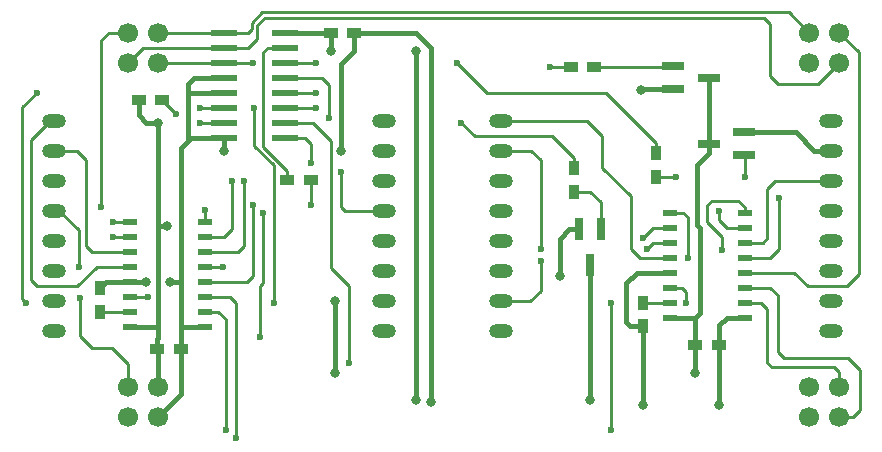
<source format=gbr>
G04 #@! TF.FileFunction,Copper,L1,Top,Signal*
%FSLAX46Y46*%
G04 Gerber Fmt 4.6, Leading zero omitted, Abs format (unit mm)*
G04 Created by KiCad (PCBNEW 4.0.6) date 09/03/17 13:59:48*
%MOMM*%
%LPD*%
G01*
G04 APERTURE LIST*
%ADD10C,0.100000*%
%ADD11R,1.200000X0.900000*%
%ADD12R,1.900000X0.800000*%
%ADD13R,0.800000X1.900000*%
%ADD14R,0.900000X1.200000*%
%ADD15O,2.000000X1.200000*%
%ADD16R,1.143000X0.508000*%
%ADD17R,2.200000X0.600000*%
%ADD18C,1.700000*%
%ADD19C,0.800000*%
%ADD20C,0.600000*%
%ADD21C,0.400000*%
%ADD22C,0.250000*%
G04 APERTURE END LIST*
D10*
D11*
X52054000Y-40386000D03*
X50054000Y-40386000D03*
D12*
X88725000Y-38288000D03*
X88725000Y-36388000D03*
X85725000Y-37338000D03*
D13*
X76642000Y-44601000D03*
X74742000Y-44601000D03*
X75692000Y-47601000D03*
D12*
X82725000Y-30800000D03*
X82725000Y-32700000D03*
X85725000Y-31750000D03*
D14*
X80137000Y-52800000D03*
X80137000Y-50800000D03*
X34163000Y-49546000D03*
X34163000Y-51546000D03*
X81280000Y-40132000D03*
X81280000Y-38132000D03*
X74295000Y-41386000D03*
X74295000Y-39386000D03*
D11*
X76057000Y-30861000D03*
X74057000Y-30861000D03*
D15*
X68130000Y-35410000D03*
X96070000Y-35410000D03*
X68130000Y-37950000D03*
X96070000Y-37950000D03*
X68130000Y-40490000D03*
X96070000Y-40490000D03*
X68130000Y-43030000D03*
X96070000Y-43030000D03*
X68130000Y-45570000D03*
X96070000Y-45570000D03*
X68130000Y-48110000D03*
X96070000Y-48110000D03*
X68130000Y-50650000D03*
X96070000Y-50650000D03*
X68130000Y-53190000D03*
X96070000Y-53190000D03*
D16*
X82423000Y-52070000D03*
X82423000Y-49530000D03*
X82423000Y-48260000D03*
X82423000Y-46990000D03*
X82423000Y-45720000D03*
X82423000Y-44450000D03*
X82423000Y-43180000D03*
X88773000Y-43180000D03*
X88773000Y-44450000D03*
X88773000Y-45720000D03*
X88773000Y-46990000D03*
X88773000Y-48260000D03*
X88773000Y-49530000D03*
X88773000Y-50800000D03*
X88773000Y-52070000D03*
X82423000Y-50800000D03*
D15*
X30330000Y-35410000D03*
X58270000Y-35410000D03*
X30330000Y-37950000D03*
X58270000Y-37950000D03*
X30330000Y-40490000D03*
X58270000Y-40490000D03*
X30330000Y-43030000D03*
X58270000Y-43030000D03*
X30330000Y-45570000D03*
X58270000Y-45570000D03*
X30330000Y-48110000D03*
X58270000Y-48110000D03*
X30330000Y-50650000D03*
X58270000Y-50650000D03*
X30330000Y-53190000D03*
X58270000Y-53190000D03*
D16*
X36703000Y-52832000D03*
X36703000Y-50292000D03*
X36703000Y-49022000D03*
X36703000Y-47752000D03*
X36703000Y-46482000D03*
X36703000Y-45212000D03*
X36703000Y-43942000D03*
X43053000Y-43942000D03*
X43053000Y-45212000D03*
X43053000Y-46482000D03*
X43053000Y-47752000D03*
X43053000Y-49022000D03*
X43053000Y-50292000D03*
X43053000Y-51562000D03*
X43053000Y-52832000D03*
X36703000Y-51562000D03*
D17*
X49904000Y-27940000D03*
X44704000Y-27940000D03*
X49904000Y-29210000D03*
X44704000Y-29210000D03*
X49904000Y-30480000D03*
X44704000Y-30480000D03*
X49904000Y-31750000D03*
X44704000Y-31750000D03*
X49904000Y-33020000D03*
X44704000Y-33020000D03*
X49904000Y-34290000D03*
X44704000Y-34290000D03*
X49904000Y-35560000D03*
X44704000Y-35560000D03*
X49904000Y-36830000D03*
X44704000Y-36830000D03*
D18*
X39116000Y-27940000D03*
X39116000Y-30480000D03*
X36576000Y-27940000D03*
X36576000Y-30480000D03*
X39116000Y-57912000D03*
X39116000Y-60452000D03*
X36576000Y-57912000D03*
X36576000Y-60452000D03*
X96774000Y-57912000D03*
X96774000Y-60452000D03*
X94234000Y-57912000D03*
X94234000Y-60452000D03*
X96774000Y-27940000D03*
X96774000Y-30480000D03*
X94234000Y-27940000D03*
X94234000Y-30480000D03*
D11*
X39481000Y-33655000D03*
X37481000Y-33655000D03*
X84598000Y-54356000D03*
X86598000Y-54356000D03*
X39021000Y-54737000D03*
X41021000Y-54737000D03*
X55721000Y-27940000D03*
X53721000Y-27940000D03*
D19*
X60960000Y-59055000D03*
X75692000Y-59055000D03*
X84582000Y-56769000D03*
X60960000Y-29464000D03*
X53721000Y-29464000D03*
X54102000Y-56769000D03*
X54102000Y-50673000D03*
X39878000Y-44323000D03*
X39116000Y-35560000D03*
X62230000Y-59182000D03*
X80137000Y-59436000D03*
X86614000Y-59436000D03*
X54610000Y-37973000D03*
X44704000Y-37973000D03*
X38100000Y-49022000D03*
X40132000Y-49022000D03*
D20*
X47117000Y-30480000D03*
X45720000Y-62230000D03*
X47117000Y-42545000D03*
X34290000Y-42672000D03*
X38227000Y-50292000D03*
X32512000Y-50419000D03*
X52070000Y-42545000D03*
X88773000Y-40132000D03*
X82931000Y-40132000D03*
D19*
X73152000Y-48514000D03*
X80010000Y-32766000D03*
D20*
X52451000Y-30480000D03*
X64389000Y-30480000D03*
X53594000Y-35179000D03*
X64770000Y-35560000D03*
X52451000Y-33020000D03*
X72263000Y-30861000D03*
X48895000Y-50800000D03*
X52451000Y-34290000D03*
X47244000Y-34290000D03*
X55245000Y-55880000D03*
X52070000Y-38989000D03*
X42672000Y-35560000D03*
X28829000Y-33020000D03*
X27940000Y-50800000D03*
X71501000Y-46228000D03*
X80518000Y-46228000D03*
X91694000Y-41910000D03*
X86614000Y-43053000D03*
X80137000Y-45339000D03*
X83947000Y-46990000D03*
X86868000Y-46355000D03*
X71501000Y-47244000D03*
X77470000Y-61595000D03*
X77470000Y-50800000D03*
X83820000Y-50800000D03*
X44831000Y-61595000D03*
X46355000Y-40513000D03*
X44577000Y-47752000D03*
X32385000Y-47752000D03*
X54610000Y-39751000D03*
X45339000Y-40513000D03*
X35306000Y-45212000D03*
X48006000Y-43180000D03*
X47752000Y-53721000D03*
X35306000Y-43942000D03*
X43053000Y-42926000D03*
X40640000Y-34798000D03*
X42672000Y-34290000D03*
D21*
X84598000Y-52070000D02*
X84963000Y-51705000D01*
X84963000Y-51705000D02*
X84963000Y-44450000D01*
X84963000Y-44450000D02*
X84709000Y-44196000D01*
X84709000Y-44196000D02*
X84709000Y-39154000D01*
X84709000Y-39154000D02*
X85725000Y-38138000D01*
X85725000Y-38138000D02*
X85725000Y-37338000D01*
X85725000Y-31750000D02*
X85725000Y-37338000D01*
X84598000Y-54356000D02*
X84598000Y-52070000D01*
X82423000Y-52070000D02*
X84598000Y-52070000D01*
X75692000Y-47601000D02*
X75692000Y-59055000D01*
X84598000Y-54356000D02*
X84598000Y-56753000D01*
X84598000Y-56753000D02*
X84582000Y-56769000D01*
X60960000Y-31496000D02*
X60960000Y-29464000D01*
X60960000Y-31496000D02*
X60960000Y-59055000D01*
X53721000Y-27940000D02*
X53721000Y-29464000D01*
X49904000Y-27940000D02*
X53721000Y-27940000D01*
X39021000Y-54737000D02*
X39021000Y-53887000D01*
X39021000Y-53887000D02*
X39116000Y-53792000D01*
X39116000Y-53792000D02*
X39116000Y-52832000D01*
X39116000Y-57912000D02*
X39116000Y-54832000D01*
X39116000Y-54832000D02*
X39021000Y-54737000D01*
X39116000Y-54959000D02*
X38894000Y-54737000D01*
X37481000Y-34941000D02*
X38100000Y-35560000D01*
X38100000Y-35560000D02*
X39116000Y-35560000D01*
X37481000Y-33655000D02*
X37481000Y-34941000D01*
X54102000Y-50673000D02*
X54102000Y-56769000D01*
X39116000Y-52832000D02*
X39116000Y-44323000D01*
X39116000Y-44323000D02*
X39116000Y-35560000D01*
X39878000Y-44323000D02*
X39116000Y-44323000D01*
X36703000Y-52832000D02*
X39116000Y-52832000D01*
X86598000Y-52721000D02*
X87249000Y-52070000D01*
X87249000Y-52070000D02*
X88773000Y-52070000D01*
X86598000Y-54356000D02*
X86598000Y-52721000D01*
X82423000Y-48260000D02*
X79629000Y-48260000D01*
X79629000Y-48260000D02*
X78740000Y-49149000D01*
X78740000Y-52451000D02*
X79089000Y-52800000D01*
X78740000Y-49149000D02*
X78740000Y-52451000D01*
X79089000Y-52800000D02*
X80137000Y-52800000D01*
X41656000Y-37084000D02*
X41656000Y-33020000D01*
X41656000Y-33020000D02*
X41656000Y-32258000D01*
X44704000Y-33020000D02*
X41656000Y-33020000D01*
X41656000Y-32258000D02*
X42164000Y-31750000D01*
X42164000Y-31750000D02*
X44704000Y-31750000D01*
X41656000Y-37084000D02*
X41910000Y-36830000D01*
X41021000Y-37719000D02*
X41656000Y-37084000D01*
X80137000Y-52800000D02*
X80137000Y-59436000D01*
X86598000Y-54356000D02*
X86598000Y-59420000D01*
X86598000Y-59420000D02*
X86614000Y-59436000D01*
X54610000Y-37973000D02*
X54610000Y-30565998D01*
X55721000Y-29454998D02*
X55721000Y-27940000D01*
X54610000Y-30565998D02*
X55721000Y-29454998D01*
X44704000Y-36830000D02*
X44704000Y-37973000D01*
X62230000Y-29210000D02*
X60960000Y-27940000D01*
X60960000Y-27940000D02*
X55721000Y-27940000D01*
X62230000Y-59182000D02*
X62230000Y-29210000D01*
X41021000Y-54737000D02*
X41021000Y-58547000D01*
X41021000Y-58547000D02*
X39116000Y-60452000D01*
X41021000Y-54737000D02*
X41021000Y-52832000D01*
X38100000Y-49022000D02*
X36703000Y-49022000D01*
X34163000Y-49546000D02*
X34687000Y-49022000D01*
X34687000Y-49022000D02*
X36703000Y-49022000D01*
X41021000Y-52832000D02*
X41021000Y-49022000D01*
X41021000Y-49022000D02*
X41021000Y-37719000D01*
X40132000Y-49022000D02*
X41021000Y-49022000D01*
X43053000Y-52832000D02*
X41021000Y-52832000D01*
X44704000Y-36830000D02*
X41910000Y-36830000D01*
D22*
X44704000Y-27940000D02*
X46736000Y-27940000D01*
X46736000Y-27940000D02*
X47047990Y-27628010D01*
X47047991Y-27118599D02*
X47946600Y-26219990D01*
X47047990Y-27628010D02*
X47047991Y-27118599D01*
X47946600Y-26219990D02*
X92513990Y-26219990D01*
X92513990Y-26219990D02*
X94234000Y-27940000D01*
X39116000Y-27940000D02*
X44704000Y-27940000D01*
X44704000Y-29210000D02*
X46736000Y-29210000D01*
X90424000Y-26670000D02*
X90932000Y-27178000D01*
X46736000Y-29210000D02*
X47498000Y-28448000D01*
X47498000Y-28448000D02*
X47498000Y-27305000D01*
X91567000Y-32258000D02*
X94996000Y-32258000D01*
X47498000Y-27305000D02*
X48133000Y-26670000D01*
X48133000Y-26670000D02*
X90424000Y-26670000D01*
X90932000Y-27178000D02*
X90932000Y-31623000D01*
X90932000Y-31623000D02*
X91567000Y-32258000D01*
X94996000Y-32258000D02*
X96774000Y-30480000D01*
X37846000Y-29210000D02*
X44704000Y-29210000D01*
X36576000Y-30480000D02*
X37846000Y-29210000D01*
X44704000Y-30480000D02*
X47117000Y-30480000D01*
X39116000Y-30480000D02*
X44704000Y-30480000D01*
X88773000Y-50800000D02*
X90170000Y-50800000D01*
X96325081Y-56261000D02*
X96774000Y-56709919D01*
X90170000Y-50800000D02*
X90678000Y-51308000D01*
X91059000Y-56261000D02*
X96325081Y-56261000D01*
X90678000Y-51308000D02*
X90678000Y-55880000D01*
X90678000Y-55880000D02*
X91059000Y-56261000D01*
X96774000Y-56709919D02*
X96774000Y-57912000D01*
X91567000Y-50165000D02*
X90932000Y-49530000D01*
X90932000Y-49530000D02*
X88773000Y-49530000D01*
X91567000Y-54991000D02*
X91567000Y-50165000D01*
X92075000Y-55499000D02*
X91567000Y-54991000D01*
X97536000Y-55499000D02*
X92075000Y-55499000D01*
X98552000Y-56515000D02*
X97536000Y-55499000D01*
X98552000Y-59876081D02*
X98552000Y-56515000D01*
X96774000Y-60452000D02*
X97976081Y-60452000D01*
X97976081Y-60452000D02*
X98552000Y-59876081D01*
X43053000Y-50292000D02*
X45212000Y-50292000D01*
X45212000Y-50292000D02*
X45720000Y-50800000D01*
X45720000Y-50800000D02*
X45720000Y-62230000D01*
X43053000Y-50292000D02*
X43370500Y-50292000D01*
X98425000Y-48387000D02*
X98425000Y-29591000D01*
X98425000Y-29591000D02*
X96774000Y-27940000D01*
X97409000Y-49403000D02*
X98425000Y-48387000D01*
X94107000Y-49403000D02*
X97409000Y-49403000D01*
X92964000Y-48260000D02*
X94107000Y-49403000D01*
X88773000Y-48260000D02*
X92964000Y-48260000D01*
X46609000Y-49022000D02*
X47117000Y-48514000D01*
X47117000Y-48514000D02*
X47117000Y-42545000D01*
X43053000Y-49022000D02*
X46609000Y-49022000D01*
X34290000Y-42672000D02*
X34290000Y-28575000D01*
X34925000Y-27940000D02*
X36576000Y-27940000D01*
X34290000Y-28575000D02*
X34925000Y-27940000D01*
X38227000Y-50292000D02*
X36703000Y-50292000D01*
X33528000Y-54610000D02*
X32512000Y-53594000D01*
X32512000Y-53594000D02*
X32512000Y-50419000D01*
X35179000Y-54610000D02*
X33528000Y-54610000D01*
X36576000Y-56007000D02*
X35179000Y-54610000D01*
X36576000Y-57912000D02*
X36576000Y-56007000D01*
X52054000Y-40386000D02*
X52054000Y-42529000D01*
X52054000Y-42529000D02*
X52070000Y-42545000D01*
X88773000Y-40132000D02*
X88773000Y-38439000D01*
X88773000Y-38439000D02*
X88622000Y-38288000D01*
X81280000Y-40132000D02*
X82931000Y-40132000D01*
D21*
X96070000Y-37950000D02*
X94670000Y-37950000D01*
X94670000Y-37950000D02*
X93108000Y-36388000D01*
X93108000Y-36388000D02*
X88622000Y-36388000D01*
D22*
X76581000Y-42291000D02*
X75676000Y-41386000D01*
X75676000Y-41386000D02*
X74295000Y-41386000D01*
X76581000Y-43990000D02*
X76581000Y-42291000D01*
X76642000Y-44601000D02*
X76642000Y-44051000D01*
X76642000Y-44051000D02*
X76581000Y-43990000D01*
D21*
X73152000Y-45391000D02*
X73152000Y-48514000D01*
X74742000Y-44601000D02*
X73942000Y-44601000D01*
X73942000Y-44601000D02*
X73152000Y-45391000D01*
D22*
X76057000Y-30861000D02*
X82664000Y-30861000D01*
X82664000Y-30861000D02*
X82725000Y-30800000D01*
D21*
X82725000Y-32700000D02*
X80076000Y-32700000D01*
X80076000Y-32700000D02*
X80010000Y-32766000D01*
D22*
X80137000Y-50800000D02*
X82423000Y-50800000D01*
X34163000Y-51546000D02*
X36687000Y-51546000D01*
X36687000Y-51546000D02*
X36703000Y-51562000D01*
X49904000Y-29210000D02*
X48387000Y-29210000D01*
X48387000Y-29210000D02*
X48006000Y-29591000D01*
X48006000Y-29591000D02*
X48006000Y-37638000D01*
X48006000Y-37638000D02*
X50054000Y-39686000D01*
X50054000Y-39686000D02*
X50054000Y-40386000D01*
X52451000Y-30480000D02*
X49904000Y-30480000D01*
X77018000Y-33020000D02*
X66929000Y-33020000D01*
X66929000Y-33020000D02*
X64389000Y-30480000D01*
X81280000Y-38132000D02*
X81280000Y-37282000D01*
X81280000Y-37282000D02*
X77018000Y-33020000D01*
X53594000Y-32385000D02*
X52959000Y-31750000D01*
X52959000Y-31750000D02*
X49904000Y-31750000D01*
X53594000Y-35179000D02*
X53594000Y-32385000D01*
X72462000Y-36703000D02*
X65913000Y-36703000D01*
X65913000Y-36703000D02*
X64770000Y-35560000D01*
X74295000Y-39386000D02*
X74295000Y-38536000D01*
X74295000Y-38536000D02*
X72462000Y-36703000D01*
X52451000Y-33020000D02*
X49904000Y-33020000D01*
X74057000Y-30861000D02*
X72263000Y-30861000D01*
X48895000Y-50800000D02*
X48895000Y-39163410D01*
X48895000Y-39163410D02*
X47244000Y-37512410D01*
X47244000Y-37512410D02*
X47244000Y-34290000D01*
X52451000Y-34290000D02*
X49904000Y-34290000D01*
X55245000Y-49403000D02*
X55245000Y-55880000D01*
X53721000Y-47879000D02*
X55245000Y-49403000D01*
X53721000Y-37084000D02*
X53721000Y-47879000D01*
X52197000Y-35560000D02*
X53721000Y-37084000D01*
X49904000Y-35560000D02*
X52197000Y-35560000D01*
X52070000Y-37338000D02*
X52070000Y-38989000D01*
X51562000Y-36830000D02*
X52070000Y-37338000D01*
X49904000Y-36830000D02*
X51562000Y-36830000D01*
X44704000Y-35560000D02*
X42672000Y-35560000D01*
X27940000Y-50800000D02*
X27640001Y-50500001D01*
X27640001Y-50500001D02*
X27640001Y-34208999D01*
X27640001Y-34208999D02*
X28829000Y-33020000D01*
X44704000Y-35560000D02*
X45504000Y-35560000D01*
X76708000Y-36703000D02*
X75415000Y-35410000D01*
X75415000Y-35410000D02*
X68130000Y-35410000D01*
X76708000Y-39370000D02*
X76708000Y-36703000D01*
X79121000Y-41783000D02*
X76708000Y-39370000D01*
X79121000Y-46228000D02*
X79121000Y-41783000D01*
X79883000Y-46990000D02*
X79121000Y-46228000D01*
X82423000Y-46990000D02*
X79883000Y-46990000D01*
X71501000Y-38735000D02*
X70716000Y-37950000D01*
X70716000Y-37950000D02*
X68130000Y-37950000D01*
X71501000Y-46228000D02*
X71501000Y-38735000D01*
X82423000Y-45720000D02*
X81026000Y-45720000D01*
X81026000Y-45720000D02*
X80518000Y-46228000D01*
X88773000Y-45720000D02*
X90297000Y-45720000D01*
X90297000Y-45720000D02*
X90678000Y-45339000D01*
X90678000Y-45339000D02*
X90678000Y-41148000D01*
X90678000Y-41148000D02*
X91336000Y-40490000D01*
X91336000Y-40490000D02*
X96070000Y-40490000D01*
X90932000Y-46990000D02*
X91694000Y-46228000D01*
X91694000Y-46228000D02*
X91694000Y-41910000D01*
X88773000Y-46990000D02*
X90932000Y-46990000D01*
X86614000Y-43815000D02*
X86614000Y-43053000D01*
X87249000Y-44450000D02*
X86614000Y-43815000D01*
X88773000Y-44450000D02*
X87249000Y-44450000D01*
X82423000Y-44450000D02*
X81026000Y-44450000D01*
X81026000Y-44450000D02*
X80137000Y-45339000D01*
X83947000Y-43561000D02*
X83947000Y-46990000D01*
X83566000Y-43180000D02*
X83947000Y-43561000D01*
X82423000Y-43180000D02*
X83566000Y-43180000D01*
X86868000Y-45212000D02*
X86868000Y-46355000D01*
X85598000Y-43942000D02*
X86868000Y-45212000D01*
X85598000Y-42545000D02*
X85598000Y-43942000D01*
X71501000Y-49784000D02*
X71501000Y-47244000D01*
X71501000Y-49784000D02*
X70635000Y-50650000D01*
X70635000Y-50650000D02*
X68130000Y-50650000D01*
X85979000Y-42164000D02*
X85598000Y-42545000D01*
X88261000Y-42164000D02*
X85979000Y-42164000D01*
X88773000Y-43180000D02*
X88773000Y-42676000D01*
X88773000Y-42676000D02*
X88261000Y-42164000D01*
X77470000Y-50800000D02*
X77470000Y-61595000D01*
X83439000Y-49530000D02*
X83820000Y-49911000D01*
X83820000Y-49911000D02*
X83820000Y-50800000D01*
X82423000Y-49530000D02*
X83439000Y-49530000D01*
X44196000Y-51562000D02*
X44831000Y-52197000D01*
X44831000Y-52197000D02*
X44831000Y-61595000D01*
X43053000Y-51562000D02*
X44196000Y-51562000D01*
X36703000Y-47752000D02*
X33909000Y-47752000D01*
X33909000Y-47752000D02*
X32258000Y-49403000D01*
X32258000Y-49403000D02*
X28829000Y-49403000D01*
X28829000Y-49403000D02*
X28321000Y-48895000D01*
X28321000Y-48895000D02*
X28321000Y-37019000D01*
X28321000Y-37019000D02*
X29930000Y-35410000D01*
X29930000Y-35410000D02*
X30330000Y-35410000D01*
X33020000Y-38735000D02*
X32235000Y-37950000D01*
X32235000Y-37950000D02*
X30330000Y-37950000D01*
X33020000Y-45974000D02*
X33020000Y-38735000D01*
X33528000Y-46482000D02*
X33020000Y-45974000D01*
X36703000Y-46482000D02*
X33528000Y-46482000D01*
X30730000Y-37950000D02*
X30330000Y-37950000D01*
X46355000Y-45974000D02*
X45847000Y-46482000D01*
X45847000Y-46482000D02*
X43053000Y-46482000D01*
X46355000Y-40513000D02*
X46355000Y-45974000D01*
X43053000Y-46482000D02*
X43370500Y-46482000D01*
X44577000Y-47752000D02*
X43053000Y-47752000D01*
X30330000Y-43030000D02*
X30730000Y-43030000D01*
X30730000Y-43030000D02*
X32385000Y-44685000D01*
X32385000Y-44685000D02*
X32385000Y-47752000D01*
X43370500Y-47752000D02*
X43053000Y-47752000D01*
X54610000Y-39751000D02*
X54610000Y-42672000D01*
X44704000Y-45212000D02*
X45339000Y-44577000D01*
X45339000Y-44577000D02*
X45339000Y-40513000D01*
X43370500Y-45212000D02*
X44704000Y-45212000D01*
X43053000Y-45212000D02*
X43370500Y-45212000D01*
X54968000Y-43030000D02*
X54610000Y-42672000D01*
X58270000Y-43030000D02*
X54968000Y-43030000D01*
X57870000Y-43030000D02*
X58270000Y-43030000D01*
X36703000Y-45212000D02*
X35306000Y-45212000D01*
X36703000Y-45212000D02*
X36843502Y-45212000D01*
X48006000Y-49149000D02*
X48006000Y-43180000D01*
X47752000Y-53721000D02*
X47752000Y-49403000D01*
X47752000Y-49403000D02*
X48006000Y-49149000D01*
X36703000Y-43942000D02*
X35306000Y-43942000D01*
X36703000Y-43942000D02*
X37020500Y-43942000D01*
X43053000Y-43942000D02*
X43053000Y-42926000D01*
X43180000Y-43815000D02*
X43053000Y-43942000D01*
X43053000Y-43942000D02*
X42735500Y-43942000D01*
X40640000Y-34798000D02*
X40624000Y-34798000D01*
X40624000Y-34798000D02*
X39481000Y-33655000D01*
X44704000Y-34290000D02*
X42672000Y-34290000D01*
M02*

</source>
